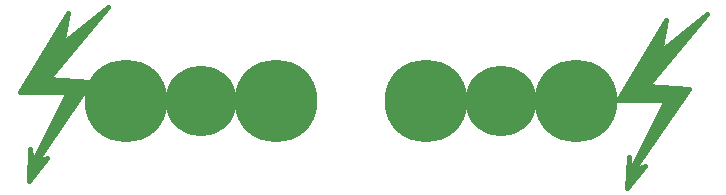
<source format=gtl>
G04 #@! TF.GenerationSoftware,KiCad,Pcbnew,(5.1.5)-3*
G04 #@! TF.CreationDate,2020-10-25T11:05:08-05:00*
G04 #@! TF.ProjectId,WireLink,57697265-4c69-46e6-9b2e-6b696361645f,rev?*
G04 #@! TF.SameCoordinates,Original*
G04 #@! TF.FileFunction,Copper,L1,Top*
G04 #@! TF.FilePolarity,Positive*
%FSLAX46Y46*%
G04 Gerber Fmt 4.6, Leading zero omitted, Abs format (unit mm)*
G04 Created by KiCad (PCBNEW (5.1.5)-3) date 2020-10-25 11:05:08*
%MOMM*%
%LPD*%
G04 APERTURE LIST*
%ADD10C,0.381000*%
%ADD11C,7.000000*%
%ADD12C,5.999480*%
G04 APERTURE END LIST*
D10*
X127889000Y-96774000D02*
X128397000Y-94107000D01*
X131826000Y-93599000D02*
X127889000Y-96774000D01*
X126746000Y-99695000D02*
X131826000Y-93599000D01*
X130302000Y-99949000D02*
X126746000Y-99695000D01*
X125603000Y-106807000D02*
X130302000Y-99949000D01*
X126619000Y-106426000D02*
X125603000Y-106807000D01*
X125095000Y-108331000D02*
X126619000Y-106426000D01*
X125222000Y-105664000D02*
X125095000Y-108331000D01*
X125349000Y-106934000D02*
X125222000Y-105664000D01*
X128397000Y-100838000D02*
X125349000Y-106934000D01*
X124333000Y-100838000D02*
X128397000Y-100838000D01*
X128397000Y-94107000D02*
X124333000Y-100838000D01*
X129540000Y-100584000D02*
X128270000Y-102616000D01*
X128905000Y-100584000D02*
X129540000Y-100584000D01*
X126111000Y-105918000D02*
X128905000Y-100584000D01*
X129413000Y-100330000D02*
X126111000Y-105918000D01*
X126365000Y-100457000D02*
X129413000Y-100330000D01*
X126492000Y-100076000D02*
X126365000Y-100457000D01*
X129921000Y-100076000D02*
X126492000Y-100076000D01*
X129540000Y-100584000D02*
X129921000Y-100076000D01*
X125857000Y-100711000D02*
X129540000Y-100584000D01*
X129032000Y-96012000D02*
X125857000Y-100711000D01*
X126492000Y-98933000D02*
X129032000Y-96012000D01*
X130175000Y-95250000D02*
X126492000Y-98933000D01*
X125476000Y-100584000D02*
X130175000Y-95250000D01*
X127762000Y-96901000D02*
X125476000Y-100584000D01*
X125095000Y-100584000D02*
X127762000Y-96901000D01*
X127889000Y-96139000D02*
X125095000Y-100584000D01*
X124714000Y-100711000D02*
X127889000Y-96139000D01*
X128016000Y-95377000D02*
X124714000Y-100711000D01*
X125603000Y-106553000D02*
X125730000Y-106680000D01*
X125730000Y-106426000D02*
X125603000Y-106553000D01*
X125603000Y-106807000D02*
X125730000Y-106426000D01*
X125222000Y-107696000D02*
X125603000Y-106807000D01*
X125984000Y-106934000D02*
X125222000Y-107696000D01*
X130556000Y-94996000D02*
X127635000Y-97282000D01*
X128016000Y-94869000D02*
X127889000Y-95504000D01*
X126492000Y-99441000D02*
X126746000Y-100076000D01*
X178562000Y-97409000D02*
X179070000Y-94742000D01*
X182499000Y-94234000D02*
X178562000Y-97409000D01*
X177419000Y-100330000D02*
X182499000Y-94234000D01*
X180975000Y-100584000D02*
X177419000Y-100330000D01*
X176276000Y-107442000D02*
X180975000Y-100584000D01*
X177292000Y-107061000D02*
X176276000Y-107442000D01*
X175768000Y-108966000D02*
X177292000Y-107061000D01*
X175895000Y-106299000D02*
X175768000Y-108966000D01*
X176022000Y-107569000D02*
X175895000Y-106299000D01*
X179070000Y-101473000D02*
X176022000Y-107569000D01*
X175006000Y-101473000D02*
X179070000Y-101473000D01*
X179070000Y-94742000D02*
X175006000Y-101473000D01*
X180213000Y-101219000D02*
X178943000Y-103251000D01*
X179578000Y-101219000D02*
X180213000Y-101219000D01*
X176784000Y-106553000D02*
X179578000Y-101219000D01*
X180086000Y-100965000D02*
X176784000Y-106553000D01*
X177038000Y-101092000D02*
X180086000Y-100965000D01*
X177165000Y-100711000D02*
X177038000Y-101092000D01*
X180594000Y-100711000D02*
X177165000Y-100711000D01*
X180213000Y-101219000D02*
X180594000Y-100711000D01*
X176530000Y-101346000D02*
X180213000Y-101219000D01*
X179705000Y-96647000D02*
X176530000Y-101346000D01*
X177165000Y-99568000D02*
X179705000Y-96647000D01*
X180848000Y-95885000D02*
X177165000Y-99568000D01*
X176149000Y-101219000D02*
X180848000Y-95885000D01*
X178435000Y-97536000D02*
X176149000Y-101219000D01*
X175768000Y-101219000D02*
X178435000Y-97536000D01*
X178562000Y-96774000D02*
X175768000Y-101219000D01*
X175387000Y-101346000D02*
X178562000Y-96774000D01*
X178689000Y-96012000D02*
X175387000Y-101346000D01*
X176276000Y-107188000D02*
X176403000Y-107315000D01*
X176403000Y-107061000D02*
X176276000Y-107188000D01*
X176276000Y-107442000D02*
X176403000Y-107061000D01*
X175895000Y-108331000D02*
X176276000Y-107442000D01*
X176657000Y-107569000D02*
X175895000Y-108331000D01*
X181229000Y-95631000D02*
X178308000Y-97917000D01*
X178689000Y-95504000D02*
X178562000Y-96139000D01*
X177165000Y-100076000D02*
X177419000Y-100711000D01*
D11*
X146050000Y-101600000D03*
X158750000Y-101600000D03*
D12*
X139700000Y-101600000D03*
X165100000Y-101600000D03*
D11*
X133350000Y-101600000D03*
X171450000Y-101600000D03*
M02*

</source>
